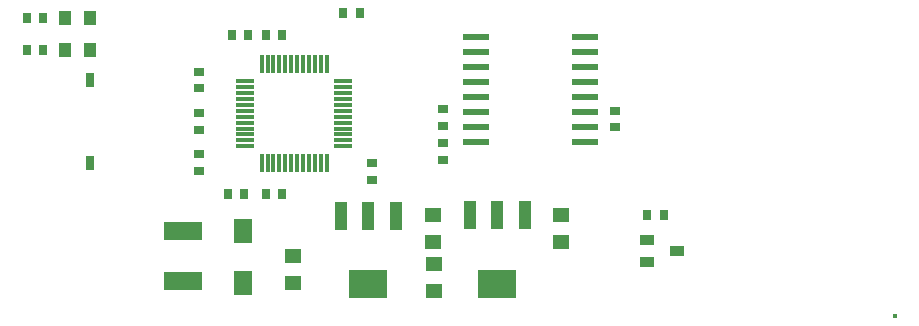
<source format=gtp>
G04*
G04 #@! TF.GenerationSoftware,Altium Limited,Altium Designer,21.9.2 (33)*
G04*
G04 Layer_Color=8421504*
%FSTAX24Y24*%
%MOIN*%
G70*
G04*
G04 #@! TF.SameCoordinates,42221833-7155-40BC-9F66-F4787AFC6187*
G04*
G04*
G04 #@! TF.FilePolarity,Positive*
G04*
G01*
G75*
%ADD22R,0.0433X0.0472*%
%ADD23R,0.0374X0.0315*%
%ADD24R,0.0315X0.0374*%
%ADD25R,0.0550X0.0500*%
%ADD26R,0.0394X0.0945*%
%ADD27R,0.1299X0.0945*%
%ADD28R,0.1264X0.0610*%
%ADD29R,0.0150X0.0150*%
%ADD30R,0.0866X0.0236*%
%ADD31R,0.0472X0.0335*%
%ADD32R,0.0610X0.0827*%
G04:AMPARAMS|DCode=33|XSize=11mil|YSize=61.4mil|CornerRadius=2.8mil|HoleSize=0mil|Usage=FLASHONLY|Rotation=90.000|XOffset=0mil|YOffset=0mil|HoleType=Round|Shape=RoundedRectangle|*
%AMROUNDEDRECTD33*
21,1,0.0110,0.0559,0,0,90.0*
21,1,0.0055,0.0614,0,0,90.0*
1,1,0.0055,0.0280,0.0028*
1,1,0.0055,0.0280,-0.0028*
1,1,0.0055,-0.0280,-0.0028*
1,1,0.0055,-0.0280,0.0028*
%
%ADD33ROUNDEDRECTD33*%
G04:AMPARAMS|DCode=34|XSize=11mil|YSize=61.4mil|CornerRadius=2.8mil|HoleSize=0mil|Usage=FLASHONLY|Rotation=0.000|XOffset=0mil|YOffset=0mil|HoleType=Round|Shape=RoundedRectangle|*
%AMROUNDEDRECTD34*
21,1,0.0110,0.0559,0,0,0.0*
21,1,0.0055,0.0614,0,0,0.0*
1,1,0.0055,0.0028,-0.0280*
1,1,0.0055,-0.0028,-0.0280*
1,1,0.0055,-0.0028,0.0280*
1,1,0.0055,0.0028,0.0280*
%
%ADD34ROUNDEDRECTD34*%
%ADD35R,0.0315X0.0472*%
D22*
X021043Y03565D02*
D03*
X020217D02*
D03*
X021043Y0367D02*
D03*
X020217D02*
D03*
D23*
X03279Y03197D02*
D03*
Y032521D02*
D03*
X02467Y032156D02*
D03*
Y031604D02*
D03*
Y033536D02*
D03*
Y032984D02*
D03*
Y034916D02*
D03*
Y034364D02*
D03*
X03279Y033119D02*
D03*
Y03367D02*
D03*
X03854Y033611D02*
D03*
Y03306D02*
D03*
X03043Y031866D02*
D03*
Y031314D02*
D03*
D24*
X02689Y03083D02*
D03*
X027441D02*
D03*
X02563D02*
D03*
X026181D02*
D03*
X026889Y03612D02*
D03*
X02744D02*
D03*
X040166Y03015D02*
D03*
X039614D02*
D03*
X018924Y0367D02*
D03*
X019476D02*
D03*
X018929Y03565D02*
D03*
X01948D02*
D03*
X029484Y03687D02*
D03*
X030036D02*
D03*
X025754Y03612D02*
D03*
X026306D02*
D03*
D25*
X03249Y02851D02*
D03*
Y02761D02*
D03*
X0278Y02876D02*
D03*
Y02786D02*
D03*
X03248Y02923D02*
D03*
Y03013D02*
D03*
X03675D02*
D03*
Y02923D02*
D03*
D26*
X031226Y030112D02*
D03*
X03032D02*
D03*
X029414D02*
D03*
X035526Y030122D02*
D03*
X03462D02*
D03*
X033714D02*
D03*
D27*
X03032Y027828D02*
D03*
X03462Y027838D02*
D03*
D28*
X02415Y027933D02*
D03*
Y029587D02*
D03*
D29*
X04787Y02677D02*
D03*
D30*
X037521Y03306D02*
D03*
X033899Y03406D02*
D03*
X037521Y03256D02*
D03*
Y03356D02*
D03*
Y03406D02*
D03*
X033899Y03356D02*
D03*
Y03456D02*
D03*
Y03506D02*
D03*
X037521D02*
D03*
X033899Y03606D02*
D03*
X037521Y03456D02*
D03*
Y03556D02*
D03*
X033899D02*
D03*
X037521Y03606D02*
D03*
X033899Y03306D02*
D03*
Y03256D02*
D03*
D31*
X040592Y02893D02*
D03*
X03961Y02856D02*
D03*
X039608Y029304D02*
D03*
D32*
X02615Y029596D02*
D03*
Y027864D02*
D03*
D33*
X026194Y034593D02*
D03*
Y034396D02*
D03*
Y034199D02*
D03*
Y034002D02*
D03*
Y033805D02*
D03*
Y033608D02*
D03*
Y033412D02*
D03*
Y033215D02*
D03*
Y033018D02*
D03*
Y032821D02*
D03*
Y032624D02*
D03*
Y032427D02*
D03*
X029486D02*
D03*
Y032624D02*
D03*
Y032821D02*
D03*
Y033018D02*
D03*
Y033215D02*
D03*
Y033412D02*
D03*
Y033608D02*
D03*
Y033805D02*
D03*
Y034002D02*
D03*
Y034199D02*
D03*
Y034396D02*
D03*
Y034593D02*
D03*
D34*
X026757Y031864D02*
D03*
X026954D02*
D03*
X027151D02*
D03*
X027348D02*
D03*
X027545D02*
D03*
X027742D02*
D03*
X027938D02*
D03*
X028135D02*
D03*
X028332D02*
D03*
X028529D02*
D03*
X028726D02*
D03*
X028923D02*
D03*
Y035156D02*
D03*
X028726D02*
D03*
X028529D02*
D03*
X028332D02*
D03*
X028135D02*
D03*
X027938D02*
D03*
X027742D02*
D03*
X027545D02*
D03*
X027348D02*
D03*
X027151D02*
D03*
X026954D02*
D03*
X026757D02*
D03*
D35*
X02105Y031872D02*
D03*
Y034628D02*
D03*
M02*

</source>
